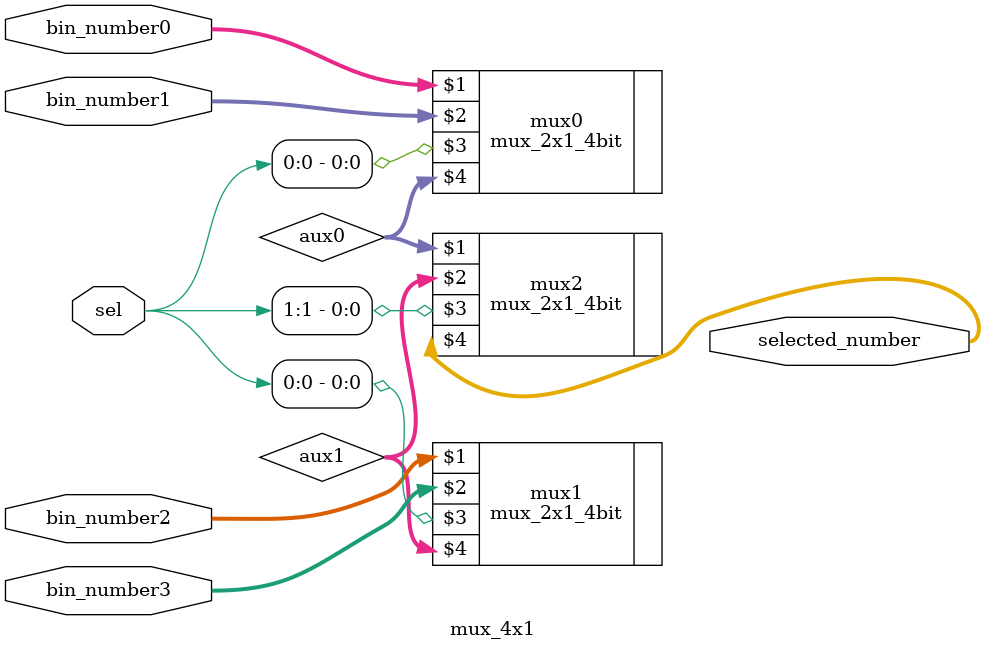
<source format=v>
module mux_4x1 
(
    input  [3:0] bin_number0,   
    input  [3:0] bin_number1,   
    input  [3:0] bin_number2,   
    input  [3:0] bin_number3,   
    input  [1:0] sel,   
    output [3:0] selected_number
);
    wire [3:0] aux0, aux1;

    mux_2x1_4bit mux0(bin_number0, bin_number1, sel[0], aux0);
    mux_2x1_4bit mux1(bin_number2, bin_number3, sel[0], aux1);
	 
    mux_2x1_4bit mux2(aux0, aux1, sel[1], selected_number);

endmodule


</source>
